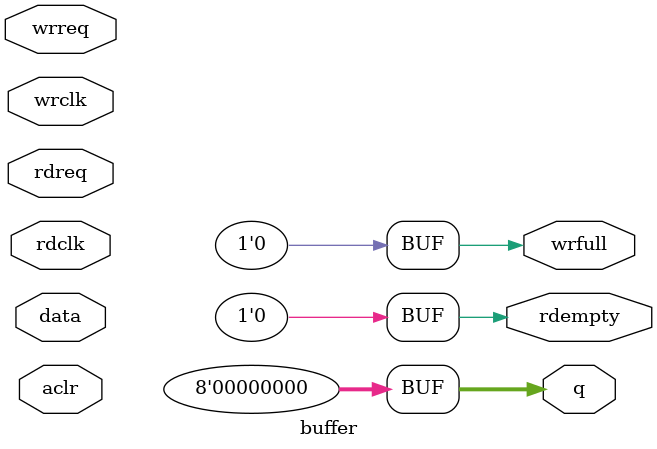
<source format=v>
module buffer(	// file.cleaned.mlir:2:3
  input        aclr,	// file.cleaned.mlir:2:24
  input  [7:0] data,	// file.cleaned.mlir:2:39
  input        rdclk,	// file.cleaned.mlir:2:54
               rdreq,	// file.cleaned.mlir:2:70
               wrclk,	// file.cleaned.mlir:2:86
               wrreq,	// file.cleaned.mlir:2:102
  output [7:0] q,	// file.cleaned.mlir:2:119
  output       rdempty,	// file.cleaned.mlir:2:131
               wrfull	// file.cleaned.mlir:2:149
);

  assign q = 8'h0;	// file.cleaned.mlir:3:14, :5:5
  assign rdempty = 1'h0;	// file.cleaned.mlir:4:14, :5:5
  assign wrfull = 1'h0;	// file.cleaned.mlir:4:14, :5:5
endmodule


</source>
